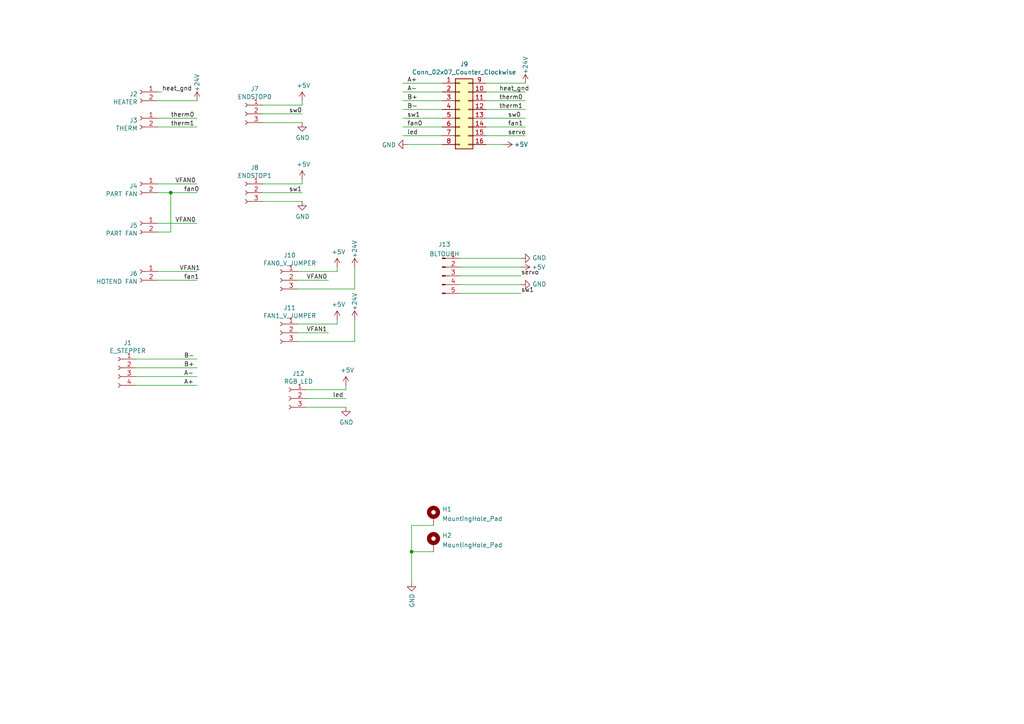
<source format=kicad_sch>
(kicad_sch (version 20211123) (generator eeschema)
  (paper "A4")
  (lib_symbols
    (symbol "Connector:Conn_01x02_Female" (pin_names (offset 1.016) hide)
      (property "Reference" "J" (at 0 2.54 0))
      (property "Value" "Conn_01x02_Female" (at 0 -5.08 0))
      (symbol "Conn_01x02_Female_1_1"
        (arc (start 0 -2.032) (mid -0.508 -2.54) (end 0 -3.048) (stroke (width 0.1524)))
        (polyline (pts (xy -1.27 -2.54) (xy -0.508 -2.54)) (stroke (width 0.1524)))
        (polyline (pts (xy -1.27 0) (xy -0.508 0)) (stroke (width 0.1524)))
        (arc (start 0 0.508) (mid -0.508 0) (end 0 -0.508) (stroke (width 0.1524)))
        (pin passive line (at -5.08 0 0) (length 3.81) (name "Pin_1") (number "1"))
        (pin passive line (at -5.08 -2.54 0) (length 3.81) (name "Pin_2") (number "2"))
      )
    )
    (symbol "Connector:Conn_01x03_Female" (pin_names (offset 1.016) hide)
      (property "Reference" "J" (at 0 5.08 0))
      (property "Value" "Conn_01x03_Female" (at 0 -5.08 0))
      (symbol "Conn_01x03_Female_1_1"
        (arc (start 0 -2.032) (mid -0.508 -2.54) (end 0 -3.048) (stroke (width 0.1524)))
        (polyline (pts (xy -1.27 -2.54) (xy -0.508 -2.54)) (stroke (width 0.1524)))
        (polyline (pts (xy -1.27 0) (xy -0.508 0)) (stroke (width 0.1524)))
        (polyline (pts (xy -1.27 2.54) (xy -0.508 2.54)) (stroke (width 0.1524)))
        (arc (start 0 0.508) (mid -0.508 0) (end 0 -0.508) (stroke (width 0.1524)))
        (arc (start 0 3.048) (mid -0.508 2.54) (end 0 2.032) (stroke (width 0.1524)))
        (pin passive line (at -5.08 2.54 0) (length 3.81) (name "Pin_1") (number "1"))
        (pin passive line (at -5.08 0 0) (length 3.81) (name "Pin_2") (number "2"))
        (pin passive line (at -5.08 -2.54 0) (length 3.81) (name "Pin_3") (number "3"))
      )
    )
    (symbol "Connector:Conn_01x04_Female" (pin_names (offset 1.016) hide)
      (property "Reference" "J" (at 0 5.08 0))
      (property "Value" "Conn_01x04_Female" (at 0 -7.62 0))
      (symbol "Conn_01x04_Female_1_1"
        (arc (start 0 -4.572) (mid -0.508 -5.08) (end 0 -5.588) (stroke (width 0.1524)))
        (arc (start 0 -2.032) (mid -0.508 -2.54) (end 0 -3.048) (stroke (width 0.1524)))
        (polyline (pts (xy -1.27 -5.08) (xy -0.508 -5.08)) (stroke (width 0.1524)))
        (polyline (pts (xy -1.27 -2.54) (xy -0.508 -2.54)) (stroke (width 0.1524)))
        (polyline (pts (xy -1.27 0) (xy -0.508 0)) (stroke (width 0.1524)))
        (polyline (pts (xy -1.27 2.54) (xy -0.508 2.54)) (stroke (width 0.1524)))
        (arc (start 0 0.508) (mid -0.508 0) (end 0 -0.508) (stroke (width 0.1524)))
        (arc (start 0 3.048) (mid -0.508 2.54) (end 0 2.032) (stroke (width 0.1524)))
        (pin passive line (at -5.08 2.54 0) (length 3.81) (name "Pin_1") (number "1"))
        (pin passive line (at -5.08 0 0) (length 3.81) (name "Pin_2") (number "2"))
        (pin passive line (at -5.08 -2.54 0) (length 3.81) (name "Pin_3") (number "3"))
        (pin passive line (at -5.08 -5.08 0) (length 3.81) (name "Pin_4") (number "4"))
      )
    )
    (symbol "Connector:Conn_01x05_Male" (pin_names (offset 1.016) hide)
      (property "Reference" "J" (at 0 7.62 0))
      (property "Value" "Conn_01x05_Male" (at 0 -7.62 0))
      (symbol "Conn_01x05_Male_1_1"
        (polyline (pts (xy 1.27 -5.08) (xy 0.8636 -5.08)) (stroke (width 0.1524)))
        (polyline (pts (xy 1.27 -2.54) (xy 0.8636 -2.54)) (stroke (width 0.1524)))
        (polyline (pts (xy 1.27 0) (xy 0.8636 0)) (stroke (width 0.1524)))
        (polyline (pts (xy 1.27 2.54) (xy 0.8636 2.54)) (stroke (width 0.1524)))
        (polyline (pts (xy 1.27 5.08) (xy 0.8636 5.08)) (stroke (width 0.1524)))
        (rectangle (start 0.8636 -4.953) (end 0 -5.207) (stroke (width 0.1524)) (fill (type outline)))
        (rectangle (start 0.8636 -2.413) (end 0 -2.667) (stroke (width 0.1524)) (fill (type outline)))
        (rectangle (start 0.8636 0.127) (end 0 -0.127) (stroke (width 0.1524)) (fill (type outline)))
        (rectangle (start 0.8636 2.667) (end 0 2.413) (stroke (width 0.1524)) (fill (type outline)))
        (rectangle (start 0.8636 5.207) (end 0 4.953) (stroke (width 0.1524)) (fill (type outline)))
        (pin passive line (at 5.08 5.08 180) (length 3.81) (name "Pin_1") (number "1"))
        (pin passive line (at 5.08 2.54 180) (length 3.81) (name "Pin_2") (number "2"))
        (pin passive line (at 5.08 0 180) (length 3.81) (name "Pin_3") (number "3"))
        (pin passive line (at 5.08 -2.54 180) (length 3.81) (name "Pin_4") (number "4"))
        (pin passive line (at 5.08 -5.08 180) (length 3.81) (name "Pin_5") (number "5"))
      )
    )
    (symbol "Connector_Generic:Conn_02x08_Top_Bottom" (pin_names (offset 1.016) hide)
      (property "Reference" "J" (at 1.27 10.16 0))
      (property "Value" "Conn_02x08_Top_Bottom" (at 1.27 -12.7 0))
      (symbol "Conn_02x08_Top_Bottom_1_1"
        (rectangle (start -1.27 -10.033) (end 0 -10.287) (stroke (width 0.1524)))
        (rectangle (start -1.27 -7.493) (end 0 -7.747) (stroke (width 0.1524)))
        (rectangle (start -1.27 -4.953) (end 0 -5.207) (stroke (width 0.1524)))
        (rectangle (start -1.27 -2.413) (end 0 -2.667) (stroke (width 0.1524)))
        (rectangle (start -1.27 0.127) (end 0 -0.127) (stroke (width 0.1524)))
        (rectangle (start -1.27 2.667) (end 0 2.413) (stroke (width 0.1524)))
        (rectangle (start -1.27 5.207) (end 0 4.953) (stroke (width 0.1524)))
        (rectangle (start -1.27 7.747) (end 0 7.493) (stroke (width 0.1524)))
        (rectangle (start -1.27 8.89) (end 3.81 -11.43) (stroke (width 0.254)) (fill (type background)))
        (rectangle (start 3.81 -10.033) (end 2.54 -10.287) (stroke (width 0.1524)))
        (rectangle (start 3.81 -7.493) (end 2.54 -7.747) (stroke (width 0.1524)))
        (rectangle (start 3.81 -4.953) (end 2.54 -5.207) (stroke (width 0.1524)))
        (rectangle (start 3.81 -2.413) (end 2.54 -2.667) (stroke (width 0.1524)))
        (rectangle (start 3.81 0.127) (end 2.54 -0.127) (stroke (width 0.1524)))
        (rectangle (start 3.81 2.667) (end 2.54 2.413) (stroke (width 0.1524)))
        (rectangle (start 3.81 5.207) (end 2.54 4.953) (stroke (width 0.1524)))
        (rectangle (start 3.81 7.747) (end 2.54 7.493) (stroke (width 0.1524)))
        (pin passive line (at -5.08 7.62 0) (length 3.81) (name "Pin_1") (number "1"))
        (pin passive line (at 7.62 5.08 180) (length 3.81) (name "Pin_10") (number "10"))
        (pin passive line (at 7.62 2.54 180) (length 3.81) (name "Pin_11") (number "11"))
        (pin passive line (at 7.62 0 180) (length 3.81) (name "Pin_12") (number "12"))
        (pin passive line (at 7.62 -2.54 180) (length 3.81) (name "Pin_13") (number "13"))
        (pin passive line (at 7.62 -5.08 180) (length 3.81) (name "Pin_14") (number "14"))
        (pin passive line (at 7.62 -7.62 180) (length 3.81) (name "Pin_15") (number "15"))
        (pin passive line (at 7.62 -10.16 180) (length 3.81) (name "Pin_16") (number "16"))
        (pin passive line (at -5.08 5.08 0) (length 3.81) (name "Pin_2") (number "2"))
        (pin passive line (at -5.08 2.54 0) (length 3.81) (name "Pin_3") (number "3"))
        (pin passive line (at -5.08 0 0) (length 3.81) (name "Pin_4") (number "4"))
        (pin passive line (at -5.08 -2.54 0) (length 3.81) (name "Pin_5") (number "5"))
        (pin passive line (at -5.08 -5.08 0) (length 3.81) (name "Pin_6") (number "6"))
        (pin passive line (at -5.08 -7.62 0) (length 3.81) (name "Pin_7") (number "7"))
        (pin passive line (at -5.08 -10.16 0) (length 3.81) (name "Pin_8") (number "8"))
        (pin passive line (at 7.62 7.62 180) (length 3.81) (name "Pin_9") (number "9"))
      )
    )
    (symbol "Mechanical:MountingHole_Pad" (pin_numbers hide) (pin_names (offset 1.016) hide)
      (property "Reference" "H" (at 0 6.35 0))
      (property "Value" "MountingHole_Pad" (at 0 4.445 0))
      (symbol "MountingHole_Pad_0_1"
        (circle (center 0 1.27) (radius 1.27) (stroke (width 1.27)))
      )
      (symbol "MountingHole_Pad_1_1"
        (pin input line (at 0 -2.54 90) (length 2.54) (name "1") (number "1"))
      )
    )
    (symbol "power:+24V" (power) (pin_names (offset 0))
      (property "Value" "+24V" (at 0 3.556 0))
      (symbol "+24V_0_1"
        (polyline (pts (xy -0.762 1.27) (xy 0 2.54)))
        (polyline (pts (xy 0 0) (xy 0 2.54)))
        (polyline (pts (xy 0 2.54) (xy 0.762 1.27)))
      )
      (symbol "+24V_1_1"
        (pin power_in line (at 0 0 90) (length 0) hide (name "+24V") (number "1"))
      )
    )
    (symbol "power:+5V" (power) (pin_names (offset 0))
      (property "Value" "+5V" (at 0 3.556 0))
      (symbol "+5V_0_1"
        (polyline (pts (xy -0.762 1.27) (xy 0 2.54)))
        (polyline (pts (xy 0 0) (xy 0 2.54)))
        (polyline (pts (xy 0 2.54) (xy 0.762 1.27)))
      )
      (symbol "+5V_1_1"
        (pin power_in line (at 0 0 90) (length 0) hide (name "+5V") (number "1"))
      )
    )
    (symbol "power:GND" (power) (pin_names (offset 0))
      (property "Value" "GND" (at 0 -3.81 0))
      (symbol "GND_0_1"
        (polyline (pts (xy 0 0) (xy 0 -1.27) (xy 1.27 -1.27) (xy 0 -2.54) (xy -1.27 -1.27) (xy 0 -1.27)))
      )
      (symbol "GND_1_1"
        (pin power_in line (at 0 0 270) (length 0) hide (name "GND") (number "1"))
      )
    )
  )
  (junction (at 49.53 55.88))
  (junction (at 119.38 160.02))
  (wire (pts (xy 119.38 160.02) (xy 119.38 168.91)))
  (wire (pts (xy 49.53 55.88) (xy 57.15 55.88)))
  (wire (pts (xy 76.2 35.56) (xy 87.63 35.56)))
  (wire (pts (xy 87.63 53.34) (xy 87.63 52.07)))
  (wire (pts (xy 140.97 26.67) (xy 152.4 26.67)))
  (wire (pts (xy 86.36 96.52) (xy 95.25 96.52)))
  (wire (pts (xy 119.38 152.4) (xy 119.38 160.02)))
  (wire (pts (xy 116.84 36.83) (xy 128.27 36.83)))
  (wire (pts (xy 140.97 24.13) (xy 152.4 24.13)))
  (wire (pts (xy 46.99 26.67) (xy 45.72 26.67)))
  (wire (pts (xy 45.72 55.88) (xy 49.53 55.88)))
  (wire (pts (xy 45.72 78.74) (xy 57.15 78.74)))
  (wire (pts (xy 146.05 41.91) (xy 140.97 41.91)))
  (wire (pts (xy 133.35 74.93) (xy 151.13 74.93)))
  (wire (pts (xy 128.27 31.75) (xy 116.84 31.75)))
  (wire (pts (xy 140.97 31.75) (xy 152.4 31.75)))
  (wire (pts (xy 133.35 80.01) (xy 151.13 80.01)))
  (wire (pts (xy 45.72 53.34) (xy 57.15 53.34)))
  (wire (pts (xy 102.87 99.06) (xy 102.87 92.71)))
  (wire (pts (xy 102.87 83.82) (xy 102.87 77.47)))
  (wire (pts (xy 128.27 24.13) (xy 116.84 24.13)))
  (wire (pts (xy 86.36 81.28) (xy 95.25 81.28)))
  (wire (pts (xy 45.72 34.29) (xy 57.15 34.29)))
  (wire (pts (xy 76.2 58.42) (xy 87.63 58.42)))
  (wire (pts (xy 133.35 85.09) (xy 151.13 85.09)))
  (wire (pts (xy 76.2 33.02) (xy 87.63 33.02)))
  (wire (pts (xy 86.36 93.98) (xy 97.79 93.98)))
  (wire (pts (xy 128.27 29.21) (xy 116.84 29.21)))
  (wire (pts (xy 39.37 106.68) (xy 57.15 106.68)))
  (wire (pts (xy 76.2 30.48) (xy 87.63 30.48)))
  (wire (pts (xy 140.97 29.21) (xy 152.4 29.21)))
  (wire (pts (xy 140.97 39.37) (xy 152.4 39.37)))
  (wire (pts (xy 140.97 36.83) (xy 152.4 36.83)))
  (wire (pts (xy 140.97 34.29) (xy 152.4 34.29)))
  (wire (pts (xy 49.53 55.88) (xy 49.53 67.31)))
  (wire (pts (xy 128.27 26.67) (xy 116.84 26.67)))
  (wire (pts (xy 45.72 29.21) (xy 57.15 29.21)))
  (wire (pts (xy 119.38 160.02) (xy 125.73 160.02)))
  (wire (pts (xy 76.2 55.88) (xy 87.63 55.88)))
  (wire (pts (xy 100.33 113.03) (xy 100.33 111.76)))
  (wire (pts (xy 97.79 77.47) (xy 97.79 78.74)))
  (wire (pts (xy 128.27 34.29) (xy 116.84 34.29)))
  (wire (pts (xy 39.37 104.14) (xy 57.15 104.14)))
  (wire (pts (xy 88.9 118.11) (xy 100.33 118.11)))
  (wire (pts (xy 116.84 39.37) (xy 128.27 39.37)))
  (wire (pts (xy 133.35 82.55) (xy 151.13 82.55)))
  (wire (pts (xy 45.72 67.31) (xy 49.53 67.31)))
  (wire (pts (xy 45.72 64.77) (xy 57.15 64.77)))
  (wire (pts (xy 86.36 83.82) (xy 102.87 83.82)))
  (wire (pts (xy 86.36 78.74) (xy 97.79 78.74)))
  (wire (pts (xy 133.35 77.47) (xy 151.13 77.47)))
  (wire (pts (xy 39.37 111.76) (xy 57.15 111.76)))
  (wire (pts (xy 88.9 113.03) (xy 100.33 113.03)))
  (wire (pts (xy 128.27 41.91) (xy 118.11 41.91)))
  (wire (pts (xy 86.36 99.06) (xy 102.87 99.06)))
  (wire (pts (xy 125.73 152.4) (xy 119.38 152.4)))
  (wire (pts (xy 76.2 53.34) (xy 87.63 53.34)))
  (wire (pts (xy 97.79 92.71) (xy 97.79 93.98)))
  (wire (pts (xy 88.9 115.57) (xy 100.33 115.57)))
  (wire (pts (xy 45.72 81.28) (xy 57.15 81.28)))
  (wire (pts (xy 87.63 30.48) (xy 87.63 29.21)))
  (wire (pts (xy 39.37 109.22) (xy 57.15 109.22)))
  (wire (pts (xy 45.72 36.83) (xy 57.15 36.83)))
  (label "B+" (at 53.34 106.68 0))
  (label "VFAN1" (at 88.9 96.52 0))
  (label "therm0" (at 49.53 34.29 0))
  (label "B-" (at 118.11 31.75 0))
  (label "VFAN0" (at 50.8 64.77 0))
  (label "sw1" (at 151.13 85.09 0))
  (label "therm0" (at 144.78 29.21 0))
  (label "B-" (at 53.34 104.14 0))
  (label "servo" (at 151.13 80.01 0))
  (label "fan1" (at 147.32 36.83 0))
  (label "fan0" (at 118.11 36.83 0))
  (label "therm1" (at 144.78 31.75 0))
  (label "sw0" (at 83.82 33.02 0))
  (label "fan1" (at 53.34 81.28 0))
  (label "heat_gnd" (at 46.99 26.67 0))
  (label "sw1" (at 118.11 34.29 0))
  (label "VFAN1" (at 52.07 78.74 0))
  (label "A-" (at 53.34 109.22 0))
  (label "led" (at 118.11 39.37 0))
  (label "A-" (at 118.11 26.67 0))
  (label "sw0" (at 147.32 34.29 0))
  (label "B+" (at 118.11 29.21 0))
  (label "sw1" (at 83.82 55.88 0))
  (label "therm1" (at 49.53 36.83 0))
  (label "VFAN0" (at 50.8 53.34 0))
  (label "heat_gnd" (at 144.78 26.67 0))
  (label "servo" (at 147.32 39.37 0))
  (label "fan0" (at 53.34 55.88 0))
  (label "led" (at 96.52 115.57 0))
  (label "A+" (at 53.34 111.76 0))
  (label "A+" (at 118.11 24.13 0))
  (label "VFAN0" (at 88.9 81.28 0))
  (symbol (lib_id "Connector:Conn_01x02_Female") (at 40.64 53.34 0) (mirror y) (unit 1)
    (property "Reference" "J4" (at 39.9288 53.9496 0) (effects (justify left)))
    (property "Value" "PART FAN" (at 39.9288 56.261 0) (effects (justify left)))
    (property "Footprint" "Connector_JST:JST_PH_B2B-PH-K_1x02_P2.00mm_Vertical" (effects hide))
  )
  (symbol (lib_id "Connector:Conn_01x02_Female") (at 40.64 64.77 0) (mirror y) (unit 1)
    (property "Reference" "J5" (at 39.9288 65.3796 0) (effects (justify left)))
    (property "Value" "PART FAN" (at 39.9288 67.691 0) (effects (justify left)))
    (property "Footprint" "Connector_JST:JST_PH_B2B-PH-K_1x02_P2.00mm_Vertical" (effects hide))
  )
  (symbol (lib_id "Connector:Conn_01x02_Female") (at 40.64 78.74 0) (mirror y) (unit 1)
    (property "Reference" "J6" (at 39.9288 79.3496 0) (effects (justify left)))
    (property "Value" "HOTEND FAN" (at 39.9288 81.661 0) (effects (justify left)))
    (property "Footprint" "Connector_JST:JST_PH_B2B-PH-K_1x02_P2.00mm_Vertical" (effects hide))
  )
  (symbol (lib_id "Connector:Conn_01x02_Female") (at 40.64 26.67 0) (mirror y) (unit 1)
    (property "Reference" "J2" (at 39.9288 27.2796 0) (effects (justify left)))
    (property "Value" "HEATER" (at 39.9288 29.591 0) (effects (justify left)))
    (property "Footprint" "Connector_Molex:Molex_Micro-Fit_3.0_43650-0200_1x02_P3.00mm_Horizontal" (effects hide))
  )
  (symbol (lib_id "Connector:Conn_01x02_Female") (at 40.64 34.29 0) (mirror y) (unit 1)
    (property "Reference" "J3" (at 39.9288 34.8996 0) (effects (justify left)))
    (property "Value" "THERM" (at 39.9288 37.211 0) (effects (justify left)))
    (property "Footprint" "Connector_JST:JST_PH_B2B-PH-K_1x02_P2.00mm_Vertical" (effects hide))
  )
  (symbol (lib_id "Connector:Conn_01x03_Female") (at 71.12 33.02 0) (mirror y) (unit 1)
    (property "Reference" "J7" (at 73.8632 25.781 0))
    (property "Value" "ENDSTOP0" (at 73.8632 28.0924 0))
    (property "Footprint" "Connector_JST:JST_PH_B3B-PH-K_1x03_P2.00mm_Vertical" (effects hide))
  )
  (symbol (lib_id "power:GND") (at 87.63 35.56 0) (unit 1)
    (property "Reference" "#PWR05" (effects hide))
    (property "Value" "GND" (at 87.757 39.9542 0))
  )
  (symbol (lib_id "Connector:Conn_01x04_Female") (at 34.29 106.68 0) (mirror y) (unit 1)
    (property "Reference" "J1" (at 37.0332 99.441 0))
    (property "Value" "E_STEPPER" (at 37.0332 101.7524 0))
    (property "Footprint" "Connector_JST:JST_PH_B4B-PH-K_1x04_P2.00mm_Vertical" (effects hide))
  )
  (symbol (lib_id "power:+5V") (at 146.05 41.91 270) (unit 1)
    (property "Reference" "#PWR09" (effects hide))
    (property "Value" "+5V" (at 151.13 41.91 90))
  )
  (symbol (lib_id "Connector_Generic:Conn_02x08_Top_Bottom") (at 133.35 31.75 0) (unit 1)
    (property "Reference" "J9" (at 134.62 18.6182 0))
    (property "Value" "Conn_02x07_Counter_Clockwise" (at 134.62 20.9296 0))
    (property "Footprint" "Connector_Molex:Molex_Micro-Fit_3.0_43045-1600_2x08_P3.00mm_Horizontal" (effects hide))
  )
  (symbol (lib_id "power:GND") (at 118.11 41.91 270) (unit 1)
    (property "Reference" "#PWR08" (effects hide))
    (property "Value" "GND" (at 114.8588 42.037 90) (effects (justify right)))
  )
  (symbol (lib_id "power:+5V") (at 87.63 29.21 0) (unit 1)
    (property "Reference" "#PWR04" (effects hide))
    (property "Value" "+5V" (at 88.011 24.8158 0))
  )
  (symbol (lib_id "Connector:Conn_01x03_Female") (at 71.12 55.88 0) (mirror y) (unit 1)
    (property "Reference" "J8" (at 73.8632 48.641 0))
    (property "Value" "ENDSTOP1" (at 73.8632 50.9524 0))
    (property "Footprint" "Connector_JST:JST_PH_B3B-PH-K_1x03_P2.00mm_Vertical" (effects hide))
  )
  (symbol (lib_id "power:GND") (at 87.63 58.42 0) (unit 1)
    (property "Reference" "#PWR07" (effects hide))
    (property "Value" "GND" (at 87.757 62.8142 0))
  )
  (symbol (lib_id "power:+5V") (at 87.63 52.07 0) (unit 1)
    (property "Reference" "#PWR06" (effects hide))
    (property "Value" "+5V" (at 88.011 47.6758 0))
  )
  (symbol (lib_id "power:+24V") (at 152.4 24.13 0) (unit 1)
    (property "Reference" "#PWR0106" (effects hide))
    (property "Value" "+24V" (at 152.4 21.59 90) (effects (justify left)))
  )
  (symbol (lib_id "Connector:Conn_01x03_Female") (at 81.28 81.28 0) (mirror y) (unit 1)
    (property "Reference" "J10" (at 84.0232 74.041 0))
    (property "Value" "FAN0_V_JUMPER" (at 84.0232 76.3524 0))
    (property "Footprint" "Connector_PinHeader_2.00mm:PinHeader_1x03_P2.00mm_Vertical" (effects hide))
  )
  (symbol (lib_id "power:+5V") (at 97.79 77.47 0) (unit 1)
    (property "Reference" "#PWR0101" (effects hide))
    (property "Value" "+5V" (at 98.171 73.0758 0))
  )
  (symbol (lib_id "power:+24V") (at 102.87 77.47 0) (unit 1)
    (property "Reference" "#PWR0102" (effects hide))
    (property "Value" "+24V" (at 102.87 74.93 90) (effects (justify left)))
  )
  (symbol (lib_id "Connector:Conn_01x03_Female") (at 81.28 96.52 0) (mirror y) (unit 1)
    (property "Reference" "J11" (at 84.0232 89.281 0))
    (property "Value" "FAN1_V_JUMPER" (at 84.0232 91.5924 0))
    (property "Footprint" "Connector_PinHeader_2.00mm:PinHeader_1x03_P2.00mm_Vertical" (effects hide))
  )
  (symbol (lib_id "power:+5V") (at 97.79 92.71 0) (unit 1)
    (property "Reference" "#PWR0103" (effects hide))
    (property "Value" "+5V" (at 98.171 88.3158 0))
  )
  (symbol (lib_id "power:+24V") (at 102.87 92.71 0) (unit 1)
    (property "Reference" "#PWR0104" (effects hide))
    (property "Value" "+24V" (at 102.87 90.17 90) (effects (justify left)))
  )
  (symbol (lib_id "power:GND") (at 119.38 168.91 0) (unit 1)
    (property "Reference" "#PWR012" (effects hide))
    (property "Value" "GND" (at 119.507 172.1612 90) (effects (justify right)))
  )
  (symbol (lib_id "power:GND") (at 151.13 74.93 90) (unit 1)
    (property "Reference" "#PWR03" (effects hide))
    (property "Value" "GND" (at 154.3812 74.803 90) (effects (justify right)))
  )
  (symbol (lib_id "Mechanical:MountingHole_Pad") (at 125.73 149.86 0) (unit 1)
    (property "Reference" "H1" (at 128.27 147.6815 0) (effects (justify left)))
    (property "Value" "MountingHole_Pad" (at 128.27 150.4566 0) (effects (justify left)))
    (property "Footprint" "MountingHole:MountingHole_3.2mm_M3_Pad" (effects hide))
  )
  (symbol (lib_id "power:+24V") (at 57.15 29.21 0) (unit 1)
    (property "Reference" "#PWR?" (effects hide))
    (property "Value" "+24V" (at 57.15 26.67 90) (effects (justify left)))
  )
  (symbol (lib_id "power:+5V") (at 100.33 111.76 0) (unit 1)
    (property "Reference" "#PWR01" (effects hide))
    (property "Value" "+5V" (at 100.711 107.3658 0))
  )
  (symbol (lib_id "Connector:Conn_01x03_Female") (at 83.82 115.57 0) (mirror y) (unit 1)
    (property "Reference" "J12" (at 86.5632 108.331 0))
    (property "Value" "RGB LED" (at 86.5632 110.6424 0))
    (property "Footprint" "Connector_JST:JST_PH_B3B-PH-K_1x03_P2.00mm_Vertical" (effects hide))
  )
  (symbol (lib_id "power:GND") (at 100.33 118.11 0) (unit 1)
    (property "Reference" "#PWR02" (effects hide))
    (property "Value" "GND" (at 100.457 122.5042 0))
  )
  (symbol (lib_id "Mechanical:MountingHole_Pad") (at 125.73 157.48 0) (unit 1)
    (property "Reference" "H2" (at 128.27 155.3015 0) (effects (justify left)))
    (property "Value" "MountingHole_Pad" (at 128.27 158.0766 0) (effects (justify left)))
    (property "Footprint" "MountingHole:MountingHole_3.2mm_M3_Pad" (effects hide))
  )
  (symbol (lib_id "power:+5V") (at 151.13 77.47 270) (unit 1)
    (property "Reference" "#PWR010" (effects hide))
    (property "Value" "+5V" (at 156.21 77.47 90))
  )
  (symbol (lib_id "Connector:Conn_01x05_Male") (at 128.27 80.01 0) (unit 1)
    (property "Reference" "J13" (at 128.905 70.8873 0))
    (property "Value" "BLTOUCH" (at 128.905 73.6624 0))
    (property "Footprint" "Connector_PinHeader_2.54mm:PinHeader_1x05_P2.54mm_Vertical" (effects hide))
  )
  (symbol (lib_id "power:GND") (at 151.13 82.55 90) (unit 1)
    (property "Reference" "#PWR011" (effects hide))
    (property "Value" "GND" (at 154.3812 82.423 90) (effects (justify right)))
  )
)
</source>
